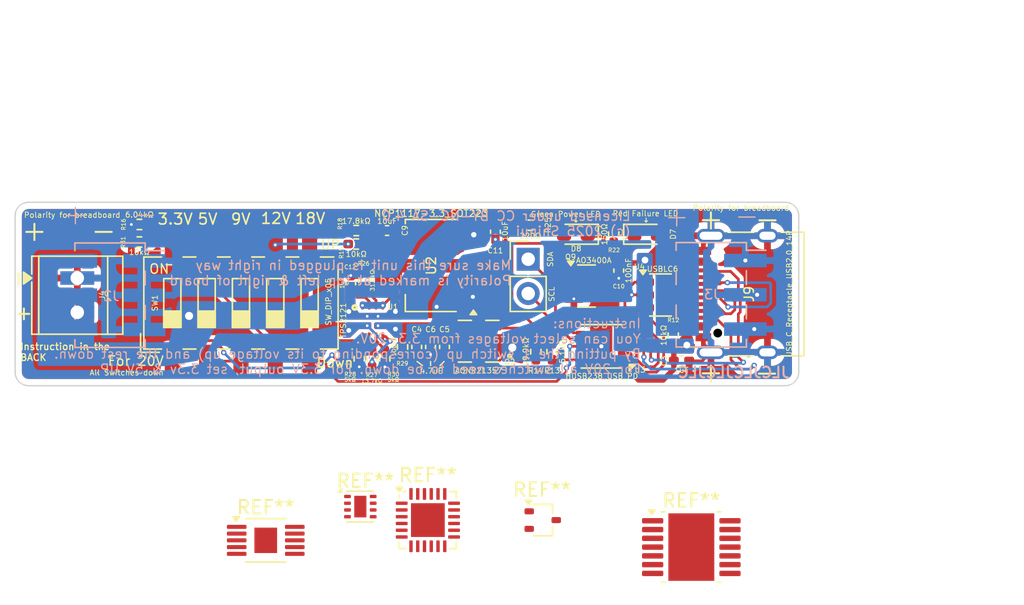
<source format=kicad_pcb>
(kicad_pcb (version 20241229) (generator "pcbnew") (generator_version "9.0")
  (layers (0 "F.Cu" signal) (2 "B.Cu" signal) (13 "F.Paste" user) (15 "B.Paste" user) (5 "F.SilkS" user "F.Silkscreen") (7 "B.SilkS" user "B.Silkscreen") (1 "F.Mask" user) (3 "B.Mask" user) (25 "Edge.Cuts" user))
  (net 0 "")
  (net 1 "GND")
  (net 2 "Net-(U3-VIN)")
  (net 3 "VDD")
  (net 4 "+3.3V")
  (net 5 "/VBUS")
  (net 6 "VCC")
  (net 7 "Net-(U1-SS)")
  (net 8 "Net-(D7-K)")
  (net 9 "Net-(D8-A)")
  (net 10 "Net-(J9-D--PadA7)")
  (net 11 "Net-(J9-D+-PadA6)")
  (net 12 "Net-(J9-CC1)")
  (net 13 "Net-(J9-CC2)")
  (net 14 "SDA 1")
  (net 15 "SCL 1")
  (net 16 "Net-(Q9-D)")
  (net 17 "Net-(Q9-G)")
  (net 18 "Net-(U3-Gate)")
  (net 19 "Net-(R15-Pad2)")
  (net 20 "Net-(R16-Pad2)")
  (net 21 "Net-(R18-Pad2)")
  (net 22 "Net-(U1-ILIM)")
  (net 23 "Net-(U1-OV2)")
  (net 24 "Net-(U1-OV1)")
  (net 25 "/SET")
  (net 26 "Net-(U3-VSET)")
  (net 28 "/USB_P")
  (net 29 "/USB_M")
  (footprint "Capacitor_SMD:C_0402_1005Metric_Pad0.74x0.62mm_HandSolder" (layer "F.Cu") (at 136.78075 116.9225 90)
    (property "Reference" "C5")
    (property "Value" "4.7uF")
  )
  (footprint "Package_DFN_QFN:DFN-10-1EP_3x3mm_P0.5mm_EP1.55x2.48mm" (layer "F.Cu") (at 148.39325 116.8775 180)
    (property "Reference" "U3")
    (property "Value" "HUSB238_USB_PD")
  )
  (footprint "Capacitor_SMD:C_0402_1005Metric_Pad0.74x0.62mm_HandSolder" (layer "F.Cu") (at 134.725 116.92 90)
    (property "Reference" "C4")
    (property "Value" "4.7uF" (hide yes))
  )
  (footprint "Resistor_SMD:R_0402_1005Metric_Pad0.72x0.64mm_HandSolder" (layer "F.Cu") (at 143.13575 107.905 180)
    (property "Reference" "R25")
    (property "Value" "220Ω")
  )
  (footprint "Resistor_SMD:R_0402_1005Metric_Pad0.72x0.64mm_HandSolder" (layer "F.Cu") (at 130.47 117.7975 90)
    (property "Reference" "R28")
    (property "Value" "5kΩ")
  )
  (footprint "Resistor_SMD:R_0402_1005Metric_Pad0.72x0.64mm_HandSolder" (layer "F.Cu") (at 153.71 116.06 90)
    (property "Reference" "R12")
    (property "Value" "10kΩ")
  )
  (footprint "Package_TO_SOT_SMD:SOT-23-6" (layer "F.Cu") (at 152.76825 113.075)
    (property "Reference" "U4")
    (property "Value" "USBLC6")
  )
  (footprint "Package_DFN_QFN:VQFN-24-1EP_4x4mm_P0.5mm_EP2.5x2.5mm" (layer "F.Cu") (at 135.55 129.75)
    (property "Reference" "REF**")
    (property "Value" "VQFN-24-1EP_4x4mm_P0.5mm_EP2.5x2.5mm")
  )
  (footprint "Capacitor_SMD:C_0402_1005Metric_Pad0.74x0.62mm_HandSolder" (layer "F.Cu") (at 129.84 112.1975 -90)
    (property "Reference" "C12")
    (property "Value" "1uF")
  )
  (footprint "Resistor_SMD:R_0402_1005Metric_Pad0.72x0.64mm_HandSolder" (layer "F.Cu") (at 131.42 117.7975 -90)
    (property "Reference" "R27")
    (property "Value" "13.7kΩ")
  )
  (footprint "Capacitor_SMD:C_0402_1005Metric_Pad0.74x0.62mm_HandSolder" (layer "F.Cu") (at 149.68 111.2675 90)
    (property "Reference" "C10")
    (property "Value" "100nF")
  )
  (footprint "Resistor_SMD:R_0402_1005Metric_Pad0.72x0.64mm_HandSolder" (layer "F.Cu") (at 144.74325 117.275 90)
    (property "Reference" "R13")
    (property "Value" "5.1kΩ")
  )
  (footprint "Package_TO_SOT_SMD:SOT-23" (layer "F.Cu") (at 147.2925 112.41)
    (property "Reference" "Q9")
    (property "Value" "AO3400A")
  )
  (footprint "Connector_USB:USB_C_Receptacle_XKB_U262-16XN-4BVC11" (layer "F.Cu") (at 159.61075 113.005 90)
    (property "Reference" "J9")
    (property "Value" "USB_C_Receptacle_USB2.0_14P")
  )
  (footprint "Resistor_SMD:R_0402_1005Metric_Pad0.72x0.64mm_HandSolder" (layer "F.Cu") (at 130.25 108.3 180)
    (property "Reference" "R18")
    (property "Value" "17.8kΩ")
  )
  (footprint "Package_TO_SOT_SMD:SOT-323_SC-70" (layer "F.Cu") (at 144.05 129.75)
    (property "Reference" "REF**")
    (property "Value" "SOT-323_SC-70")
  )
  (footprint "Resistor_SMD:R_0402_1005Metric_Pad0.72x0.64mm_HandSolder" (layer "F.Cu") (at 133.675 116.9225 90)
    (property "Reference" "R29")
    (property "Value" "100kΩ")
  )
  (footprint "LED_SMD:LED_0603_1608Metric_Pad1.05x0.95mm_HandSolder" (layer "F.Cu") (at 146.50575 108.575 180)
    (property "Reference" "D8")
    (property "Value" "Green Power LED")
  )
  (footprint "Resistor_SMD:R_0402_1005Metric_Pad0.72x0.64mm_HandSolder" (layer "F.Cu") (at 143.54325 117.275 -90)
    (property "Reference" "R14")
    (property "Value" "49.9kΩ")
  )
  (footprint "Resistor_SMD:R_0402_1005Metric_Pad0.72x0.64mm_HandSolder" (layer "F.Cu") (at 149.30575 108.5725 -90)
    (property "Reference" "R22")
    (property "Value" "150Ω")
  )
  (footprint "Package_SON:WSON-8-1EP_2x2mm_P0.5mm_EP0.9x1.6mm" (layer "F.Cu") (at 130.55 128.75)
    (property "Reference" "REF**")
    (property "Value" "WSON-8-1EP_2x2mm_P0.5mm_EP0.9x1.6mm")
  )
  (footprint "Package_SO:MSOP-10-1EP_3x3mm_P0.5mm_EP1.68x1.88mm" (layer "F.Cu") (at 123.55 131.25)
    (property "Reference" "REF**")
    (property "Value" "MSOP-10-1EP_3x3mm_P0.5mm_EP1.68x1.88mm")
  )
  (footprint "Resistor_SMD:R_0402_1005Metric_Pad0.72x0.64mm_HandSolder" (layer "F.Cu") (at 114.2 107.85)
    (property "Reference" "R16")
    (property "Value" "6.04kΩ")
  )
  (footprint "Capacitor_SMD:C_0402_1005Metric_Pad0.74x0.62mm_HandSolder" (layer "F.Cu") (at 135.75 116.9225 90)
    (property "Reference" "C6")
    (property "Value" "4.7uF" (hide yes))
  )
  (footprint "tps2121:IC_TPS2121RUXR" (layer "F.Cu") (at 131.46 115)
    (property "Reference" "U1")
    (property "Value" "TPS2121")
  )
  (footprint "Capacitor_SMD:C_0402_1005Metric_Pad0.74x0.62mm_HandSolder" (layer "F.Cu") (at 132.53 108.3)
    (property "Reference" "C9")
    (property "Value" "10uF")
  )
  (footprint "Package_TO_SOT_SMD:SOT-223-3_TabPin2" (layer "F.Cu") (at 135.79 110.89 180)
    (property "Reference" "U2")
    (property "Value" "NCP1117-3.3_SOT223")
  )
  (footprint "LED_SMD:LED_0603_1608Metric_Pad1.05x0.95mm_HandSolder" (layer "F.Cu") (at 151.70575 108.575)
    (property "Reference" "D7")
    (property "Value" "Red Failure LED")
  )
  (footprint "Button_Switch_SMD:SW_DIP_SPSTx05_Slide_6.7x14.26mm_W8.61mm_P2.54mm_LowProfile" (layer "F.Cu") (at 121.71575 113.67 90)
    (property "Reference" "SW1")
    (property "Value" "SW_DIP_x05")
  )
  (footprint "Resistor_SMD:R_0402_1005Metric_Pad0.72x0.64mm_HandSolder" (layer "F.Cu") (at 114.2 109.15 180)
    (property "Reference" "R31")
    (property "Value" "10kΩ")
  )
  (footprint "Capacitor_SMD:C_0402_1005Metric_Pad0.74x0.62mm_HandSolder" (layer "F.Cu") (at 154.3225 117.95 180)
    (property "Reference" "C3")
    (property "Value" "1uF")
  )
  (footprint "AONR21307:TRANS_AONR21307" (layer "F.Cu") (at 139.30575 116.5 180)
    (property "Reference" "Q2")
    (property "Value" "AONR21357")
  )
  (footprint "Capacitor_SMD:C_0402_1005Metric_Pad0.74x0.62mm_HandSolder" (layer "F.Cu") (at 140.55 108.3925 -90)
    (property "Reference" "C11")
    (property "Value" "10uF")
  )
  (footprint "Package_SO:HTSSOP-14-1EP_4.4x5mm_P0.65mm_EP3.4x5mm_Mask3x3.1mm" (layer "F.Cu") (at 155.05 131.75)
    (property "Reference" "REF**")
    (property "Value" "HTSSOP-14-1EP_4.4x5mm_P0.65mm_EP3.4x5mm_Mask3x3.1mm")
  )
  (footprint "TerminalBlock_TE-Connectivity:TerminalBlock_TE_282834-2_1x02_P2.54mm_Horizontal" (layer "F.Cu") (at 109.6 111.82 -90)
    (property "Reference" "J4")
    (property "Value" "Conn_01x02_Pin" (hide yes))
  )
  (footprint "Resistor_SMD:R_0402_1005Metric_Pad0.72x0.64mm_HandSolder" (layer "F.Cu") (at 132.36 117.7975 90)
    (property "Reference" "R30")
    (property "Value" "5kΩ")
  )
  (footprint "Resistor_SMD:R_0402_1005Metric_Pad0.72x0.64mm_HandSolder" (layer "F.Cu") (at 130.82 111.9875 90)
    (property "Reference" "R26")
    (property "Value" "31.6 kΩ")
  )
  (footprint "Connector_PinHeader_2.54mm:PinHeader_1x02_P2.54mm_Vertical" (layer "F.Cu") (at 142.97575 110.425)
    (property "Reference" "N21" (hide yes))
    (property "Value" "Conn_01x02_Pin" (hide yes))
  )
  (footprint "Resistor_SMD:R_0402_1005Metric_Pad0.72x0.64mm_HandSolder" (layer "F.Cu") (at 130.25 109.3 180)
    (property "Reference" "R15")
    (property "Value" "10kΩ")
  )
  (footprint "Connector_PinHeader_2.54mm:PinHeader_2x03_P2.54mm_Vertical_SMD" (layer "B.Cu") (at 112.025 113.09 180)
    (property "Reference" "J2")
    (property "Value" "Conn_02x02_Counter_Clockwise" (hide yes))
  )
  (footprint "Connector_PinHeader_2.54mm:PinHeader_2x03_P2.54mm_Vertical_SMD" (layer "B.Cu") (at 156.525 113.06 180)
    (property "Reference" "J3")
    (property "Value" "Conn_02x02_Counter_Clockwise" (hide yes))
  )
  (gr_line (start 155.9 107.53) (end 157.1 107.53) (stroke (width 0.15)) (layer "F.SilkS"))
  (gr_line (start 151.70575 107.375) (end 151.70575 107.675) (stroke (width 0.07)) (layer "F.SilkS"))
  (gr_line (start 151.70575 107.675) (end 151.80575 107.575) (stroke (width 0.07)) (layer "F.SilkS"))
  (gr_line (start 156.5 106.95) (end 156.5 108.15) (stroke (width 0.15)) (layer "F.SilkS"))
  (gr_line (start 106.425 107.8) (end 106.425 109) (stroke (width 0.15)) (layer "F.SilkS"))
  (gr_line (start 146.50575 107.675) (end 146.40575 107.575) (stroke (width 0.07)) (layer "F.SilkS"))
  (gr_line (start 151.70575 107.675) (end 151.60575 107.575) (stroke (width 0.07)) (layer "F.SilkS"))
  (gr_line (start 105.65 114.075) (end 105.65 114.875) (stroke (width 0.15)) (layer "F.SilkS"))
  (gr_line (start 146.50575 107.675) (end 146.60575 107.575) (stroke (width 0.07)) (layer "F.SilkS"))
  (gr_line (start 135.15 118.3) (end 134.75 118) (stroke (width 0.1)) (layer "F.SilkS"))
  (gr_line (start 155.9 118.875) (end 157.1 118.875) (stroke (width 0.15)) (layer "F.SilkS"))
  (gr_line (start 160.09 107.54) (end 161.29 107.54) (stroke (width 0.15)) (layer "F.SilkS"))
  (gr_line (start 136.45 118.3) (end 136.75 118) (stroke (width 0.1)) (layer "F.SilkS"))
  (gr_line (start 135.75 118.3) (end 135.75 118) (stroke (width 0.1)) (layer "F.SilkS"))
  (gr_line (start 160.05 118.9) (end 161.25 118.9) (stroke (width 0.15)) (layer "F.SilkS"))
  (gr_line (start 110.95 108.4) (end 112.15 108.4) (stroke (width 0.15)) (layer "F.SilkS"))
  (gr_line (start 156.5 118.3) (end 156.5 119.5) (stroke (width 0.15)) (layer "F.SilkS"))
  (gr_line (start 105.25 111.475) (end 105.25 112.275) (stroke (width 0.15)) (layer "F.SilkS"))
  (gr_line (start 105.25 114.475) (end 106.05 114.475) (stroke (width 0.15)) (layer "F.SilkS"))
  (gr_line (start 146.50575 107.375) (end 146.50575 107.675) (stroke (width 0.07)) (layer "F.SilkS"))
  (gr_line (start 105.825 108.4) (end 107.025 108.4) (stroke (width 0.15)) (layer "F.SilkS"))
  (gr_line (start 153.97 106.75) (end 153.97 107.95) (stroke (width 0.1)) (layer "B.SilkS"))
  (gr_line (start 158.56 107.3) (end 159.76 107.3) (stroke (width 0.1)) (layer "B.SilkS"))
  (gr_line (start 114.01 107.18) (end 115.21 107.18) (stroke (width 0.1)) (layer "B.SilkS"))
  (gr_line (start 153.37 107.35) (end 154.57 107.35) (stroke (width 0.1)) (layer "B.SilkS"))
  (gr_line (start 108.86 107.19) (end 110.06 107.19) (stroke (width 0.1)) (layer "B.SilkS"))
  (gr_line (start 109.46 106.59) (end 109.46 107.79) (stroke (width 0.1)) (layer "B.SilkS"))
  (gr_line (start 106 106.207107) (end 162 106.207107) (stroke (width 0.1)) (layer "Edge.Cuts"))
  (gr_line (start 162 119.792905) (end 106 119.792905) (stroke (width 0.1)) (layer "Edge.Cuts"))
  (gr_line (start 163 107.207107) (end 163 118.793) (stroke (width 0.1)) (layer "Edge.Cuts"))
  (gr_line (start 105 118.789738) (end 105 107.207107) (stroke (width 0.1)) (layer "Edge.Cuts"))
  (gr_arc (start 162 106.207107) (mid 162.707107 106.5) (end 163 107.207107) (stroke (width 0.1)) (layer "Edge.Cuts"))
  (gr_arc (start 163 118.792905) (mid 162.707136 119.500041) (end 162 119.792905) (stroke (width 0.1)) (layer "Edge.Cuts"))
  (gr_arc (start 106 119.792905) (mid 105.292905 119.5) (end 105 118.792905) (stroke (width 0.1)) (layer "Edge.Cuts"))
  (gr_arc (start 105 107.207107) (mid 105.29287 106.499978) (end 106 106.207107) (stroke (width 0.1)) (layer "Edge.Cuts"))
  (gr_text "For 20V" (at 111.8 118.375 0) (layer "F.SilkS") (effects (font (size 0.7 0.7) (thickness 0.1)) (justify left bottom)))
  (gr_text "5V" (at 119.25 107.45 0) (layer "F.SilkS") (effects (font (size 0.8 0.8) (thickness 0.12))))
  (gr_text "UP" (at 127.55 109.75 0) (layer "F.SilkS") (effects (font (size 0.7 0.7) (thickness 0.11)) (justify left bottom)))
  (gr_text "12V" (at 124.3 107.4 0) (layer "F.SilkS") (effects (font (size 0.8 0.8) (thickness 0.12))))
  (gr_text "Polarity for breadboard" (at 158.725 106.625 0) (layer "F.SilkS") (effects (font (size 0.4 0.4) (thickness 0.06))))
  (gr_text "9V" (at 121.7 107.45 0) (layer "F.SilkS") (effects (font (size 0.8 0.8) (thickness 0.12))))
  (gr_text "SCL" (at 144.71575 113.015 90) (layer "F.SilkS") (effects (font (size 0.4 0.4) (thickness 0.06))))
  (gr_text "Instruction in the\nBACK" (at 105.325 117.3 0) (layer "F.SilkS") (effects (font (size 0.5 0.5) (thickness 0.09) (bold yes)) (justify left)))
  (gr_text "Down" (at 127.25 118.5 0) (layer "F.SilkS") (effects (font (size 0.7 0.7) (thickness 0.11)) (justify left bottom)))
  (gr_text "3.3V" (at 116.85 107.45 0) (layer "F.SilkS") (effects (font (size 0.8 0.8) (thickness 0.12))))
  (gr_text "Polarity for breadboard" (at 109.225 107.15 0) (layer "F.SilkS") (effects (font (size 0.4 0.4) (thickness 0.06))))
  (gr_text "All Switches down\n" (at 113.25 118.825 0) (layer "F.SilkS") (effects (font (size 0.4 0.4) (thickness 0.06))))
  (gr_text "SDA" (at 144.61 110.43 90) (layer "F.SilkS") (effects (font (size 0.4 0.4) (thickness 0.06))))
  (gr_text "ON" (at 114.86575 111.555 0) (layer "F.SilkS") (effects (font (size 0.7 0.7) (thickness 0.1)) (justify left bottom)))
  (gr_text "18V" (at 126.84575 107.405 0) (layer "F.SilkS") (effects (font (size 0.8 0.8) (thickness 0.12))))
  (gr_text "Make sure this unit is plugged in right way\nPolarity is marked at top left & right of board\n" (at 141.79 112.41 0) (layer "B.SilkS") (effects (font (size 0.7 0.7) (thickness 0.1)) (justify left bottom mirror)))
  (gr_text "Licensed under CC BY-NC-SA 4.0\n(c) 2025 Shinui\n" (at 150.62 108.76 0) (layer "B.SilkS") (effects (font (size 0.7 0.7) (thickness 0.1)) (justify left bottom mirror)))
  (gr_text "JLCJLCJLCJLC\n" (at 162.39 119.28 0) (layer "B.SilkS") (effects (font (size 0.8 0.8) (thickness 0.15) (bold yes)) (justify left bottom mirror)))
  (gr_text "Instructions:\nYou can select voltages from 3.3-20V.\nBy putting the 1 switch up (corresponding to its voltage up) and the rest down.\nFor 20V all switches need to be down. For 3.3V output, set 3.3v & 5V UP.\n" (at 151.375 118.975 0) (layer "B.SilkS") (effects (font (size 0.7 0.7) (thickness 0.09)) (justify left bottom mirror)))
  (segment (start 155.94075 109.25) (end 156.50575 108.685) (width 0.35) (layer "F.Cu") (net 1))
  (segment (start 148.39325 118.3375) (end 148.39325 116.8775) (width 0.8) (layer "F.Cu") (net 1))
  (segment (start 155.94075 109.655) (end 155.94075 109.929) (width 0.35) (layer "F.Cu") (net 1))
  (segment (start 155.94075 116.355) (end 155.94075 116.081) (width 0.35) (layer "F.Cu") (net 1))
  (segment (start 150.63 113.06) (end 151.61575 113.06) (width 0.2) (layer "F.Cu") (net 1))
  (segment (start 155.88075 117.95) (end 156.50575 117.325) (width 0.2) (layer "F.Cu") (net 1))
  (segment (start 146.355 112.839468) (end 147.3935 111.800968) (width 0.2) (layer "F.Cu") (net 1))
  (segment (start 151.61575 113.06) (end 151.63075 113.075) (width 0.2) (layer "F.Cu") (net 1))
  (segment (start 148.39325 115.4475) (end 148.39575 115.445) (width 0.8) (layer "F.Cu") (net 1))
  (segment (start 148.39325 116.8775) (end 148.39325 115.4475) (width 0.8) (layer "F.Cu") (net 1))
  (segment (start 147.3935 108.58775) (end 147.38075 108.575) (width 0.2) (layer "F.Cu") (net 1))
  (segment (start 130.82 111.39) (end 130.08 111.39) (width 0.2) (layer "F.Cu") (net 1))
  (segment (start 136.2 113.95) (end 135 113.95) (width 0.2) (layer "F.Cu") (net 1))
  (segment (start 134.35 113.3) (end 132.76 113.3) (width 0.2) (layer "F.Cu") (net 1))
  (segment (start 134.725 117.4875) (end 135.7475 117.4875) (width 0.2) (layer "F.Cu") (net 1))
  (segment (start 154.89 117.95) (end 155.88075 117.95) (width 0.2) (layer "F.Cu") (net 1))
  (segment (start 155.94075 109.655) (end 155.94075 109.25) (width 0.35) (layer "F.Cu") (net 1))
  (segment (start 135 113.95) (end 134.35 113.3) (width 0.2) (layer "F.Cu") (net 1))
  (segment (start 135.7475 117.4875) (end 135.75 117.49) (width 0.2) (layer "F.Cu") (net 1))
  (segment (start 147.3935 111.800968) (end 147.3935 108.58775) (width 0.2) (layer "F.Cu") (net 1))
  (segment (start 155.94075 116.76) (end 156.50575 117.325) (width 0.35) (layer "F.Cu") (net 1))
  (segment (start 136.78075 117.49) (end 135.75 117.49) (width 0.2) (layer "F.Cu") (net 1))
  (segment (start 148.39325 118.3375) (end 148.38575 118.345) (width 0.8) (layer "F.Cu") (net 1))
  (segment (start 132.76 113.3) (end 132.21 113.85) (width 0.2) (layer "F.Cu") (net 1))
  (segment (start 155.94075 116.355) (end 155.94075 116.76) (width 0.35) (layer "F.Cu") (net 1))
  (segment (start 113.6025 109.15) (end 113.6025 107.85) (width 0.2) (layer "F.Cu") (net 1))
  (segment (start 130.08 111.39) (end 129.84 111.63) (width 0.2) (layer "F.Cu") (net 1))
  (segment (start 146.355 113.36) (end 146.355 112.839468) (width 0.2) (layer "F.Cu") (net 1))
  (via (at 140.55 108.96) (size 0.4) (drill 0.2) (layers "F.Cu" "B.Cu") (net 1))
  (via (at 159.92 113.06) (size 0.6) (drill 0.3) (layers "F.Cu" "B.Cu") (net 1))
  (via (at 132.36 118.395) (size 0.4) (drill 0.2) (layers "F.Cu" "B.Cu") (net 1))
  (via (at 130.71 113.85) (size 0.4) (drill 0.2) (layers "F.Cu" "B.Cu") (net 1))
  (via (at 149.68 111.835) (size 0.4) (drill 0.2) (layers "F.Cu" "B.Cu") (net 1))
  (via (at 113.6025 107.85) (size 0.4) (drill 0.2) (layers "F.Cu" "B.Cu") (net 1))
  (via (at 130.47 118.395) (size 0.4) (drill 0.2) (layers "F.Cu" "B.Cu") (net 1))
  (via (at 146.355 113.36) (size 0.4) (drill 0.2) (layers "F.Cu" "B.Cu") (net 1))
  (via (at 150.63 113.06) (size 0.4) (drill 0.2) (layers "F.Cu" "B.Cu") (net 1))
  (via (at 129.84 111.63) (size 0.4) (drill 0.2) (layers "F.Cu" "B.Cu") (net 1))
  (via (at 159.05 110.52) (size 0.6) (drill 0.3) (layers "F.Cu" "B.Cu") (net 1))
  (via (at 132.21 113.85) (size 0.4) (drill 0.2) (layers "F.Cu" "B.Cu") (net 1))
  (via (at 138.88 113.21) (size 0.6) (drill 0.3) (layers "F.Cu" "B.Cu") (net 1))
  (via (at 136.2 113.95) (size 0.6) (drill 0.3) (layers "F.Cu" "B.Cu") (net 1))
  (via (at 159.71 115.6) (size 0.6) (drill 0.3) (layers "F.Cu" "B.Cu") (net 1))
  (via (at 148.39325 116.8775) (size 0.6) (drill 0.3) (layers "F.Cu" "B.Cu") (net 1))
  (via (at 135.75 117.49) (size 0.4) (drill 0.2) (layers "F.Cu" "B.Cu") (net 1))
  (segment (start 150.63 113.06) (end 150.63 112.785) (width 0.2) (layer "B.Cu") (net 1))
  (segment (start 142.65 111.7) (end 143.3 111.7) (width 0.2) (layer "B.Cu") (net 1))
  (segment (start 143.3 111.7) (end 143.325 111.725) (width 0.2) (layer "B.Cu") (net 1))
  (segment (start 150.63 112.785) (end 149.68 111.835) (width 0.2) (layer "B.Cu") (net 1))
  (segment (start 114.55 115.63) (end 114.55 110.55) (width 1) (layer "B.Cu") (net 1))
  (segment (start 149.94325 117.8775) (end 149.94325 118.16325) (width 0.4) (layer "F.Cu") (net 2))
  (segment (start 151.15 119.37) (end 152.96 119.37) (width 0.4) (layer "F.Cu") (net 2))
  (segment (start 153.755 118.575) (end 153.755 117.95) (width 0.4) (layer "F.Cu") (net 2))
  (segment (start 153.755 117.95) (end 153.755 116.7025) (width 0.4) (layer "F.Cu") (net 2))
  (segment (start 149.94325 118.16325) (end 151.15 119.37) (width 0.4) (layer "F.Cu") (net 2))
  (segment (start 153.755 116.7025) (end 153.71 116.6575) (width 0.4) (layer "F.Cu") (net 2))
  (segment (start 152.96 119.37) (end 153.755 118.575) (width 0.4) (layer "F.Cu") (net 2))
  (via (at 133.15 115.6) (size 0.7) (drill 0.35) (layers "F.Cu" "B.Cu") (net 3))
  (segment (start 139.758098 110.91) (end 138.95 110.91) (width 0.4) (layer "F.Cu") (net 4))
  (segment (start 131.42 118.03) (end 131.42 118.395) (width 0.2) (layer "F.Cu") (net 4))
  (segment (start 131.9625 108.3) (end 131.9625 110.2225) (width 0.4) (layer "F.Cu") (net 4))
  (segment (start 132.412838 116.15) (end 132.752645 116.489807) (width 0.2) (layer "F.Cu") (net 4))
  (segment (start 131.9625 110.2225) (end 132.65 110.91) (width 0.4) (layer "F.Cu") (net 4))
  (segment (start 132.65 110.91) (end 138.95 110.91) (width 1) (layer "F.Cu") (net 4))
  (segment (start 142.180751 107.905) (end 141.261 108.824751) (width 0.4) (layer "F.Cu") (net 4))
  (segment (start 132.21 116.15) (end 132.412838 116.15) (width 0.2) (layer "F.Cu") (net 4))
  (segment (start 141.261 108.824751) (end 141.261 109.407098) (width 0.4) (layer "F.Cu") (net 4))
  (segment (start 142.53825 107.905) (end 142.180751 107.905) (width 0.4) (layer "F.Cu") (net 4))
  (segment (start 141.261 109.407098) (end 139.758098 110.91) (width 0.4) (layer "F.Cu") (net 4))
  (via (at 129.7 115.7) (size 0.7) (drill 0.35) (layers "F.Cu" "B.Cu") (net 4))
  (via (at 132.752645 116.489807) (size 0.4) (drill 0.2) (layers "F.Cu" "B.Cu") (net 4))
  (via (at 131.42 118.03) (size 0.4) (drill 0.2) (layers "F.Cu" "B.Cu") (net 4))
  (segment (start 131.42 118.03) (end 131.42 117.822452) (width 0.2) (layer "B.Cu") (net 4))
  (segment (start 131.42 117.822452) (end 132.752645 116.489807) (width 0.2) (layer "B.Cu") (net 4))
  (segment (start 132.752645 116.489807) (end 132.199807 116.489807) (width 0.2) (layer "B.Cu") (net 4))
  (segment (start 132.199807 116.489807) (end 131.06 115.35) (width 0.2) (layer "B.Cu") (net 4))
  (segment (start 118.15675 116.454) (end 116.63575 117.975) (width 0.2) (layer "F.Cu") (net 5))
  (segment (start 140.70575 117.475) (end 141.40575 117.475) (width 0.4) (layer "F.Cu") (net 5))
  (segment (start 140.70575 116.175) (end 141.00575 116.175) (width 0.4) (layer "F.Cu") (net 5))
  (segment (start 149.68 110.7) (end 151.41 110.7) (width 0.4) (layer "F.Cu") (net 5))
  (segment (start 153.71 115.4625) (end 153.7725 115.4625) (width 0.2) (layer "F.Cu") (net 5))
  (segment (start 152.75925 113.075) (end 152.74425 113.09) (width 0.2) (layer "F.Cu") (net 5))
  (segment (start 120.44 117.34) (end 120.44 117.17309) (width 0.2) (layer "F.Cu") (net 5))
  (segment (start 130.0795 119.0535) (end 139.7215 119.0535) (width 0.2) (layer "F.Cu") (net 5))
  (segment (start 141.65575 116.825) (end 141.85575 117.025) (width 0.4) (layer "F.Cu") (net 5))
  (segment (start 153.7725 115.4625) (end 153.865 115.555) (width 0.2) (layer "F.Cu") (net 5))
  (segment (start 154.717043 115.412957) (end 154.72 115.41) (width 0.8) (layer "F.Cu") (net 5))
  (segment (start 151.62 110.49) (end 152.74425 111.61425) (width 0.5) (layer "F.Cu") (net 5))
  (segment (start 154.007043 115.412957) (end 153.865 115.555) (width 0.8) (layer "F.Cu") (net 5))
  (segment (start 120.44 117.17309) (end 119.72091 116.454) (width 0.2) (layer "F.Cu") (net 5))
  (segment (start 154.717043 116.78329) (end 154.717043 115.412957) (width 0.8) (layer "F.Cu") (net 5))
  (segment (start 151.41 110.7) (end 151.62 110.49) (width 0.4) (layer "F.Cu") (net 5))
  (segment (start 139.7215 119.0535) (end 141.802875 116.972125) (width 0.2) (layer "F.Cu") (net 5))
  (segment (start 130.0795 119.0535) (end 129.9785 119.0535) (width 0.2) (layer "F.Cu") (net 5))
  (segment (start 142.69575 117.025) (end 143.54325 117.8725) (width 0.4) (layer "F.Cu") (net 5))
  (segment (start 153.90575 113.075) (end 152.75925 113.075) (width 0.2) (layer "F.Cu") (net 5))
  (segment (start 152.74425 111.61425) (end 152.74425 113.09) (width 0.5) (layer "F.Cu") (net 5))
  (segment (start 140.70575 116.825) (end 141.65575 116.825) (width 0.4) (layer "F.Cu") (net 5))
  (segment (start 119.72091 116.454) (end 118.15675 116.454) (width 0.2) (layer "F.Cu") (net 5))
  (segment (start 141.85575 117.025) (end 142.69575 117.025) (width 0.4) (layer "F.Cu") (net 5))
  (segment (start 141.802875 116.972125) (end 141.85575 117.025) (width 0.4) (layer "F.Cu") (net 5))
  (segment (start 152.58075 108.575) (end 152.58075 109.52925) (width 0.4) (layer "F.Cu") (net 5))
  (segment (start 154.717043 115.412957) (end 154.007043 115.412957) (width 0.8) (layer "F.Cu") (net 5))
  (segment (start 152.74425 113.09) (end 152.74425 114.43425) (width 0.5) (layer "F.Cu") (net 5))
  (segment (start 129.9785 119.0535) (end 128.45 117.525) (width 0.2) (layer "F.Cu") (net 5))
  (segment (start 152.74425 114.43425) (end 153.865 115.555) (width 0.5) (layer "F.Cu") (net 5))
  (segment (start 141.00575 116.175) (end 141.802875 116.972125) (width 0.4) (layer "F.Cu") (net 5))
  (segment (start 152.58075 109.52925) (end 151.62 110.49) (width 0.4) (layer "F.Cu") (net 5))
  (segment (start 141.40575 117.475) (end 141.85575 117.025) (width 0.4) (layer "F.Cu") (net 5))
  (via (at 141.802875 116.972125) (size 1.2) (drill 0.6) (layers "F.Cu" "B.Cu") (net 5))
  (via (at 120.44 117.34) (size 0.4) (drill 0.2) (layers "F.Cu" "B.Cu") (net 5))
  (via (at 128.45 117.525) (size 0.4) (drill 0.2) (layers "F.Cu" "B.Cu") (net 5))
  (via (at 154.717043 116.78329) (size 1) (drill 0.5) (layers "F.Cu" "B.Cu") (net 5))
  (via (at 151.62 110.49) (size 1) (drill 0.5) (layers "F.Cu" "B.Cu") (net 5))
  (segment (start 121.58 118.48) (end 127.495 118.48) (width 0.2) (layer "B.Cu") (net 5))
  (segment (start 120.44 117.34) (end 121.58 118.48) (width 0.2) (layer "B.Cu") (net 5))
  (segment (start 127.495 118.48) (end 128.45 117.525) (width 0.2) (layer "B.Cu") (net 5))
  (segment (start 138.95 108.61) (end 139.735 107.825) (width 0.5) (layer "F.Cu") (net 6))
  (segment (start 139.735 107.825) (end 140.55 107.825) (width 0.5) (layer "F.Cu") (net 6))
  (via (at 117.875 114.625) (size 1.2) (drill 0.6) (layers "F.Cu" "B.Cu") (net 6))
  (via (at 133.15 114.3) (size 0.7) (drill 0.35) (layers "F.Cu" "B.Cu") (net 6))
  (via (at 129.7 114.3) (size 0.7) (drill 0.35) (layers "F.Cu" "B.Cu") (net 6))
  (via (at 138.95 108.61) (size 0.8) (drill 0.4) (layers "F.Cu" "B.Cu") (net 6))
  (segment (start 130.9025 113.2435) (end 131.21 113.551) (width 0.2) (layer "F.Cu") (net 7))
  (segment (start 129.84 112.765) (end 130.3185 113.2435) (width 0.2) (layer "F.Cu") (net 7))
  (segment (start 131.21 113.551) (end 131.21 113.85) (width 0.2) (layer "F.Cu") (net 7))
  (segment (start 130.3185 113.2435) (end 130.9025 113.2435) (width 0.2) (layer "F.Cu") (net 7))
  (segment (start 149.30575 107.975) (end 150.23075 107.975) (width 0.4) (layer "F.Cu") (net 8))
  (segment (start 150.23075 107.975) (end 150.83075 108.575) (width 0.4) (layer "F.Cu") (net 8))
  (segment (start 144.96075 107.905) (end 145.63075 108.575) (width 0.4) (layer "F.Cu") (net 9))
  (segment (start 143.73325 107.905) (end 144.96075 107.905) (width 0.4) (layer "F.Cu") (net 9))
  (segment (start 155.94075 112.755) (end 157.454271 112.755) (width 0.2) (layer "F.Cu") (net 10))
  (segment (start 154.645 112.125) (end 155.275 112.755) (width 0.2) (layer "F.Cu") (net 10))
  (segment (start 157.562479 114.461002) (end 157.977521 114.461002) (width 0.2) (layer "F.Cu") (net 10))
  (segment (start 153.90575 112.125) (end 154.645 112.125) (width 0.2) (layer "F.Cu") (net 10))
  (segment (start 155.275 112.755) (end 155.94075 112.755) (width 0.2) (layer "F.Cu") (net 10))
  (segment (start 156.856477 113.755) (end 157.562479 114.461002) (width 0.2) (layer "F.Cu") (net 10))
  (segment (start 155.94075 113.755) (end 156.856477 113.755) (width 0.2) (layer "F.Cu") (net 10))
  (segment (start 158.271 114.167523) (end 158.271 113.571729) (width 0.2) (layer "F.Cu") (net 10))
  (segment (start 158.271 113.571729) (end 157.454271 112.755) (width 0.2) (layer "F.Cu") (net 10))
  (segment (start 157.977521 114.461002) (end 158.271 114.167523) (width 0.2) (layer "F.Cu") (net 10))
  (segment (start 157.72 112.159998) (end 157.270002 112.159998) (width 0.2) (layer "F.Cu") (net 11))
  (segment (start 157.77 113.960002) (end 157.77 113.92) (width 0.2) (layer "F.Cu") (net 11))
  (segment (start 157.270002 112.159998) (end 157.175 112.255) (width 0.2) (layer "F.Cu") (net 11))
  (segment (start 154.455375 114.025) (end 155.225375 113.255) (width 0.2) (layer "F.Cu") (net 11))
  (segment (start 157.105 113.255) (end 155.94075 113.255) (width 0.2) (layer "F.Cu") (net 11))
  (segment (start 153.90575 114.025) (end 154.455375 114.025) (width 0.2) (layer "F.Cu") (net 11))
  (segment (start 157.175 112.255) (end 155.94075 112.255) (width 0.2) (layer "F.Cu") (net 11))
  (segment (start 157.77 113.92) (end 157.105 113.255) (width 0.2) (layer "F.Cu") (net 11))
  (segment (start 155.225375 113.255) (end 155.94075 113.255) (width 0.2) (layer "F.Cu") (net 11))
  (via (at 157.72 112.159998) (size 0.4) (drill 0.2) (layers "F.Cu" "B.Cu") (net 11))
  (via (at 157.77 113.960002) (size 0.4) (drill 0.2) (layers "F.Cu" "B.Cu") (net 11))
  (segment (start 160.649998 113.960002) (end 157.77 113.960002) (width 0.2) (layer "B.Cu") (net 11))
  (segment (start 157.720002 112.16) (end 160.827 112.16) (width 0.2) (layer "B.Cu") (net 11))
  (segment (start 157.72 112.159998) (end 157.720002 112.16) (width 0.2) (layer "B.Cu") (net 11))
  (segment (start 160.926 113.684) (end 160.649998 113.960002) (width 0.2) (layer "B.Cu") (net 11))
  (segment (start 160.926 112.259) (end 160.926 113.684) (width 0.2) (layer "B.Cu") (net 11))
  (segment (start 160.827 112.16) (end 160.926 112.259) (width 0.2) (layer "B.Cu") (net 11))
  (segment (start 155.94075 114.255) (end 156.08975 114.404) (width 0.2) (layer "F.Cu") (net 12))
  (segment (start 156.08975 114.404) (end 156.71675 114.404) (width 0.2) (layer "F.Cu") (net 12))
  (segment (start 158.671 118.561) (end 159.429 118.561) (width 0.2) (layer "F.Cu") (net 12))
  (segment (start 156.71675 114.62675) (end 157.98 115.89) (width 0.2) (layer "F.Cu") (net 12))
  (segment (start 157.98 115.89) (end 157.98 117.87) (width 0.2) (layer "F.Cu") (net 12))
  (segment (start 159.429 118.561) (end 159.7 118.29) (width 0.2) (layer "F.Cu") (net 12))
  (segment (start 157.98 117.87) (end 158.671 118.561) (width 0.2) (layer "F.Cu") (net 12))
  (segment (start 151.53 117.663727) (end 151.54 117.673727) (width 0.2) (layer "F.Cu") (net 12))
  (segment (start 156.71675 114.404) (end 156.71675 114.62675) (width 0.2) (layer "F.Cu") (net 12))
  (segment (start 151.53 116.83) (end 151.0775 116.3775) (width 0.2) (layer "F.Cu") (net 12))
  (segment (start 151.53 116.83) (end 151.53 117.663727) (width 0.2) (layer "F.Cu") (net 12))
  (segment (start 151.0775 116.3775) (end 149.94325 116.3775) (width 0.2) (layer "F.Cu") (net 12))
  (via (at 159.7 118.29) (size 0.4) (drill 0.2) (layers "F.Cu" "B.Cu") (net 12))
  (via (at 151.54 117.673727) (size 0.4) (drill 0.2) (layers "F.Cu" "B.Cu") (net 12))
  (segment (start 151.54 117.673727) (end 151.510541 117.703186) (width 0.2) (layer "B.Cu") (net 12))
  (segment (start 159.429 118.561) (end 159.7 118.29) (width 0.2) (layer "B.Cu") (net 12))
  (segment (start 151.510541 117.703186) (end 151.510541 118.0216) (width 0.2) (layer "B.Cu") (net 12))
  (segment (start 151.510541 118.0216) (end 152.049941 118.561) (width 0.2) (layer "B.Cu") (net 12))
  (segment (start 152.049941 118.561) (end 159.429 118.561) (width 0.2) (layer "B.Cu") (net 12))
  (segment (start 152.04 116.77) (end 151.1475 115.8775) (width 0.2) (layer "F.Cu") (net 13))
  (segment (start 158.672 114.001423) (end 158.672 114.333623) (width 0.2) (layer "F.Cu") (net 13))
  (segment (start 155.94075 111.255) (end 156.01075 111.325) (width 0.2) (layer "F.Cu") (net 13))
  (segment (start 158.53 111.9) (end 158.53 113.263629) (width 0.2) (layer "F.Cu") (net 13))
  (segment (start 152.04 117.78562) (end 152.04 116.77) (width 0.2) (layer "F.Cu") (net 13))
  (segment (start 158.53 114.475623) (end 158.53 117.69) (width 0.2) (layer "F.Cu") (net 13))
  (segment (start 158.672 114.333623) (end 158.53 114.475623) (width 0.2) (layer "F.Cu") (net 13))
  (segment (start 152.100382 117.888144) (end 152.100382 117.846002) (width 0.2) (layer "F.Cu") (net 13))
  (segment (start 158.672 113.737829) (end 158.672 114.001423) (width 0.2) (layer "F.Cu") (net 13))
  (segment (start 158.672 113.405629) (end 158.672 113.737829) (width 0.2) (layer "F.Cu") (net 13))
  (segment (start 156.01075 111.325) (end 157.955 111.325) (width 0.2) (layer "F.Cu") (net 13))
  (segment (start 158.53 113.263629) (end 158.672 113.405629) (width 0.2) (layer "F.Cu") (net 13))
  (segment (start 151.1475 115.8775) (end 149.94325 115.8775) (width 0.2) (layer "F.Cu") (net 13))
  (segment (start 152.100382 117.846002) (end 152.04 117.78562) (width 0.2) (layer "F.Cu") (net 13))
  (segment (start 157.955 111.325) (end 158.53 111.9) (width 0.2) (layer "F.Cu") (net 13))
  (segment (start 158.53 117.69) (end 158.9 118.06) (width 0.2) (layer "F.Cu") (net 13))
  (via (at 152.100382 117.888144) (size 0.4) (drill 0.2) (layers "F.Cu" "B.Cu") (net 13))
  (via (at 158.9 118.06) (size 0.4) (drill 0.2) (layers "F.Cu" "B.Cu") (net 13))
  (segment (start 153.215271 118.126) (end 158.834 118.126) (width 0.2) (layer "B.Cu") (net 13))
  (segment (start 152.100382 117.888144) (end 152.977415 117.888144) (width 0.2) (layer "B.Cu") (net 13))
  (segment (start 158.834 118.126) (end 158.9 118.06) (width 0.2) (layer "B.Cu") (net 13))
  (segment (start 152.977415 117.888144) (end 153.215271 118.126) (width 0.2) (layer "B.Cu") (net 13))
  (segment (start 146.84325 115.8775) (end 146.30825 115.8775) (width 0.2) (layer "F.Cu") (net 14))
  (segment (start 144.99425 112.4435) (end 142.97575 110.425) (width 0.2) (layer "F.Cu") (net 14))
  (segment (start 146.30825 115.8775) (end 144.99425 114.5635) (width 0.2) (layer "F.Cu") (net 14))
  (segment (start 144.99425 114.5635) (end 144.99425 112.4435) (width 0.2) (layer "F.Cu") (net 14))
  (segment (start 146.14325 116.3775) (end 143.84325 114.0775) (width 0.2) (layer "F.Cu") (net 15))
  (segment (start 143.84325 114.0775) (end 143.84325 113.8325) (width 0.2) (layer "F.Cu") (net 15))
  (segment (start 146.84325 116.3775) (end 146.14325 116.3775) (width 0.2) (layer "F.Cu") (net 15))
  (segment (start 143.84325 113.8325) (end 142.97575 112.965) (width 0.2) (layer "F.Cu") (net 15))
  (segment (start 148.23 110.24575) (end 148.23 112.41) (width 0.4) (layer "F.Cu") (net 16))
  (segment (start 149.30575 109.17) (end 148.23 110.24575) (width 0.4) (layer "F.Cu") (net 16))
  (segment (start 144.145 109.25) (end 146.355 111.46) (width 0.2) (layer "F.Cu") (net 17))
  (segment (start 143.54325 116.4625) (end 142.60575 115.525) (width 0.2) (layer "F.Cu") (net 17))
  (segment (start 144.74325 116.6775) (end 141.775 113.70925) (width 0.2) (layer "F.Cu") (net 17))
  (segment (start 144.74325 116.6775) (end 143.54325 116.6775) (width 0.2) (layer "F.Cu") (net 17))
  (segment (start 141.84875 109.25) (end 144.145 109.25) (width 0.2) (layer "F.Cu") (net 17))
  (segment (start 141.775 113.70925) (end 141.775 109.32375) (width 0.2) (layer "F.Cu") (net 17))
  (segment (start 143.54325 116.6775) (end 143.54325 116.4625) (width 0.2) (layer "F.Cu") (net 17))
  (segment (start 141.775 109.32375) (end 141.84875 109.25) (width 0.2) (layer "F.Cu") (net 17))
  (segment (start 142.60575 115.525) (end 140.70575 115.525) (width 0.2) (layer "F.Cu") (net 17))
  (segment (start 144.74825 117.8775) (end 144.74325 117.8725) (width 0.2) (layer "F.Cu") (net 18))
  (segment (start 146.84325 117.8775) (end 144.74825 117.8775) (width 0.2) (layer "F.Cu") (net 18))
  (via (at 124.25575 109.365) (size 0.4) (drill 0.2) (layers "F.Cu" "B.Cu") (net 19))
  (via (at 129.6525 109.3) (size 0.4) (drill 0.2) (layers "F.Cu" "B.Cu") (net 19))
  (segment (start 124.32075 109.3) (end 124.25575 109.365) (width 0.2) (layer "B.Cu") (net 19))
  (segment (start 129.6525 109.3) (end 124.32075 109.3) (width 0.2) (layer "B.Cu") (net 19))
  (segment (start 120.19475 107.844) (end 114.8035 107.844) (width 0.2) (layer "F.Cu") (net 20))
  (segment (start 114.8035 107.844) (end 114.7975 107.85) (width 0.2) (layer "F.Cu") (net 20))
  (segment (start 121.71575 109.365) (end 120.19475 107.844) (width 0.2) (layer "F.Cu") (net 20))
  (segment (start 129.6525 108.3) (end 127.86075 108.3) (width 0.2) (layer "F.Cu") (net 21))
  (segment (start 127.86075 108.3) (end 126.79575 109.365) (width 0.2) (layer "F.Cu") (net 21))
  (segment (start 130.82 112.585) (end 131.71 113.475) (width 0.2) (layer "F.Cu") (net 22))
  (segment (start 131.71 113.475) (end 131.71 113.85) (width 0.2) (layer "F.Cu") (net 22))
  (segment (start 130.47 117.2) (end 131.42 117.2) (width 0.2) (layer "F.Cu") (net 23))
  (segment (start 131.21 116.99) (end 131.21 116.15) (width 0.2) (layer "F.Cu") (net 23))
  (segment (start 131.42 117.2) (end 131.21 116.99) (width 0.2) (layer "F.Cu") (net 23))
  (segment (start 131.71 116.15) (end 131.71 116.45) (width 0.2) (layer "F.Cu") (net 24))
  (segment (start 132.68 117.52) (end 132.36 117.2) (width 0.2) (layer "F.Cu") (net 24))
  (segment (start 133.675 117.52) (end 132.68 117.52) (width 0.2) (layer "F.Cu") (net 24))
  (segment (start 132.36 117.1) (end 132.36 117.2) (width 0.2) (layer "F.Cu") (net 24))
  (segment (start 131.71 116.45) (end 132.36 117.1) (width 0.2) (layer "F.Cu") (net 24))
  (segment (start 130.406 116.454) (end 130.71 116.15) (width 0.2) (layer "F.Cu") (net 25))
  (segment (start 123.72475 116.454) (end 130.406 116.454) (width 0.2) (layer "F.Cu") (net 25))
  (segment (start 116.63575 109.365) (end 123.72475 116.454) (width 0.2) (layer "F.Cu") (net 25))
  (segment (start 116.42075 109.15) (end 116.63575 109.365) (width 0.2) (layer "F.Cu") (net 25))
  (segment (start 114.7975 109.15) (end 116.42075 109.15) (width 0.2) (layer "F.Cu") (net 25))
  (segment (start 146.05575 116.875) (end 146.84075 116.875) (width 0.2) (layer "F.Cu") (net 26))
  (segment (start 128.05 118.225) (end 128.05 118.625) (width 0.2) (layer "F.Cu") (net 26))
  (segment (start 146.84075 116.875) (end 146.84325 116.8775) (width 0.2) (layer "F.Cu") (net 26))
  (segment (start 128.9 119.475) (end 145.08544 119.475) (width 0.2) (layer "F.Cu") (net 26))
  (segment (start 127.8 117.975) (end 128.05 118.225) (width 0.2) (layer "F.Cu") (net 26))
  (segment (start 145.8 118.48) (end 145.8 118.763095) (width 0.2) (layer "F.Cu") (net 26))
  (segment (start 128.05 118.625) (end 128.9 119.475) (width 0.2) (layer "F.Cu") (net 26))
  (segment (start 119.17575 117.975) (end 127.8 117.975) (width 0.2) (layer "F.Cu") (net 26))
  (segment (start 145.8 118.763095) (end 145.088095 119.475) (width 0.2) (layer "F.Cu") (net 26))
  (via (at 146.05575 116.875) (size 0.4) (drill 0.2) (layers "F.Cu" "B.Cu") (net 26))
  (via (at 145.8 118.48) (size 0.4) (drill 0.2) (layers "F.Cu" "B.Cu") (net 26))
  (segment (start 146.05575 118.22425) (end 145.8 118.48) (width 0.2) (layer "B.Cu") (net 26))
  (segment (start 146.05575 116.875) (end 146.05575 118.22425) (width 0.2) (layer "B.Cu") (net 26))
  (segment (start 153.002382 118.261765) (end 153.002382 115.847861) (width 0.2) (layer "F.Cu") (net 28))
  (segment (start 150.589 117.998348) (end 151.380796 118.790144) (width 0.2) (layer "F.Cu") (net 28))
  (segment (start 150.589 117.44625) (end 150.589 117.998348) (width 0.2) (layer "F.Cu") (net 28))
  (segment (start 153.002382 115.847861) (end 151.63075 114.476229) (width 0.2) (layer "F.Cu") (net 28))
  (segment (start 152.474003 118.790144) (end 153.002382 118.261765) (width 0.2) (layer "F.Cu") (net 28))
  (segment (start 151.63075 114.476229) (end 151.63075 114.025) (width 0.2) (layer "F.Cu") (net 28))
  (segment (start 151.380796 118.790144) (end 152.474003 118.790144) (width 0.2) (layer "F.Cu") (net 28))
  (segment (start 150.52025 117.3775) (end 150.589 117.44625) (width 0.2) (layer "F.Cu") (net 28))
  (segment (start 149.94325 117.3775) (end 150.52025 117.3775) (width 0.2) (layer "F.Cu") (net 28))
  (segment (start 150.13 113.89925) (end 150.13 112.851479) (width 0.2) (layer "F.Cu") (net 29))
  (segment (start 150.9375 116.8775) (end 150.99 116.93) (width 0.2) (layer "F.Cu") (net 29))
  (segment (start 151.546896 118.389144) (end 152.307903 118.389144) (width 0.2) (layer "F.Cu") (net 29))
  (segment (start 150.99 117.832248) (end 151.546896 118.389144) (width 0.2) (layer "F.Cu") (net 29))
  (segment (start 152.601382 116.370632) (end 150.13 113.89925) (width 0.2) (layer "F.Cu") (net 29))
  (segment (start 152.307903 118.389144) (end 152.601382 118.095665) (width 0.2) (layer "F.Cu") (net 29))
  (segment (start 150.13 112.851479) (end 150.856479 112.125) (width 0.2) (layer "F.Cu") (net 29))
  (segment (start 152.601382 118.095665) (end 152.601382 116.370632) (width 0.2) (layer "F.Cu") (net 29))
  (segment (start 149.94325 116.8775) (end 150.9375 116.8775) (width 0.2) (layer "F.Cu") (net 29))
  (segment (start 150.99 116.93) (end 150.99 117.832248) (width 0.2) (layer "F.Cu") (net 29))
  (segment (start 150.856479 112.125) (end 151.63075 112.125) (width 0.2) (layer "F.Cu") (net 29))
  (zone (net 5) (net_name "/VBUS") (layer "F.Cu") (priority 2) (connect_pads (clearance 0)) (min_thickness 0.25) (fill yes (thermal_gap 0.5) (thermal_bridge_width 0.5))
    (polygon (pts (xy 152.28 109.97) (xy 155.06 110.16) (xy 156.58 110.175) (xy 156.58 111.025) (xy 151.01 111.09) (xy 151.02 109.97)))
  )
  (zone (net 5) (net_name "/VBUS") (layer "F.Cu") (priority 4) (connect_pads no (clearance 0)) (min_thickness 0.25) (fill yes (thermal_gap 0.5) (thermal_bridge_width 0.5))
    (polygon (pts (xy 140.35575 115.975) (xy 140.35575 117.675) (xy 142.60575 118.175) (xy 142.60575 115.975)))
  )
  (zone (net 1) (net_name "GND") (layer "F.Cu") (priority 5) (connect_pads no (clearance 0)) (min_thickness 0.25) (fill yes (thermal_gap 0.5) (thermal_bridge_width 0.5) (island_removal_mode 1) (island_area_min 10))
    (polygon (pts (xy 147.557833 115.85) (xy 147.60575 118.725) (xy 149.20575 118.725) (xy 149.20575 115.85)))
  )
  (zone (net 1) (net_name "GND") (layer "F.Cu") (priority 6) (connect_pads no (clearance 0)) (min_thickness 0.25) (fill yes (thermal_gap 0.5) (thermal_bridge_width 0.5))
    (polygon (pts (xy 147.55575 115.85) (xy 147.55575 115.125) (xy 149.20575 115.125) (xy 149.20575 115.85)))
  )
  (zone (net 4) (net_name "+3.3V") (layer "F.Cu") (priority 1) (connect_pads yes (clearance 0.1)) (min_thickness 0.25) (fill yes (thermal_gap 0.5) (thermal_bridge_width 0.5))
    (polygon (pts (xy 132.65 110.9) (xy 130.4 110.9) (xy 129.5 111.1) (xy 129.3 111.3) (xy 129.3 113.25) (xy 128.7 113.65) (xy 128.7 115.1) (xy 129.4 115.1) (xy 129.4 116.25) (xy 127 116.25) (xy 127.05 111.25) (xy 128.3 109.8) (xy 131.65 109.8) (xy 131.65 109.45) (xy 132.6 109)))
  )
  (zone (net 5) (net_name "/VBUS") (layer "F.Cu") (priority 9) (connect_pads (clearance 0.1)) (min_thickness 0.25) (fill yes (thermal_gap 0.5) (thermal_bridge_width 0.5))
    (polygon (pts (xy 156.65575 114.975) (xy 156.65575 115.825) (xy 155.43 116.12) (xy 155.22 117.42) (xy 154.130163 117.42) (xy 153.5 115.04)))
  )
  (zone (net 3) (net_name "VDD") (layer "F.Cu") (priority 1) (connect_pads yes (clearance 0.1)) (min_thickness 0.25) (fill yes (thermal_gap 0.5) (thermal_bridge_width 0.5))
    (polygon (pts (xy 139.93 117.73) (xy 137.65 117.74) (xy 137.65 116.62) (xy 133.36 116.62) (xy 133.36 116.23) (xy 133.085 116.25) (xy 132.66 115.81) (xy 132.66 115.1) (xy 133.66 115.1) (xy 139.94 115.09)))
  )
  (zone (net 6) (net_name "VCC") (layers "F.Cu" "B.Cu") (priority 1) (connect_pads yes (clearance 0.1)) (min_thickness 0.1) (fill yes (thermal_gap 0.5) (thermal_bridge_width 0.5))
    (polygon (pts (xy 133.66 114.9) (xy 129.26 114.9) (xy 129.26 113.644565) (xy 129.885 113.65) (xy 130.46 114.4) (xy 132.46 114.4) (xy 133.085 113.650478) (xy 133.66 113.652399)))
  )
  (zone (net 4) (net_name "+3.3V") (layers "F.Cu" "B.Cu") (priority 7) (connect_pads yes (clearance 0.1)) (min_thickness 0.1) (fill yes (thermal_gap 0.5) (thermal_bridge_width 0.5))
    (polygon (pts (xy 131.36 115.1) (xy 131.36 115.6) (xy 130.46 115.6) (xy 129.784 116.25) (xy 129.26 116.25) (xy 129.26 115.1)))
  )
  (zone (net 3) (net_name "VDD") (layers "F.Cu" "B.Cu") (priority 4) (connect_pads yes (clearance 0)) (min_thickness 0.25) (fill yes (thermal_gap 0.5) (thermal_bridge_width 0.5))
    (polygon (pts (xy 131.56 115.1) (xy 131.56 115.6) (xy 132.46 115.6) (xy 133.085 116.25) (xy 133.66 116.25) (xy 133.66 115.1)))
  )
  (zone (net 1) (net_name "GND") (layers "F.Cu" "B.Cu") (connect_pads (clearance 0.3)) (min_thickness 0.25) (fill yes (thermal_gap 0.5) (thermal_bridge_width 0.5))
    (polygon (pts (xy 103.88 103.99) (xy 104.03 120.89) (xy 164.675 119.75) (xy 164.775 104.65)))
  )
  (zone (net 6) (net_name "VCC") (layer "B.Cu") (priority 9) (connect_pads yes (clearance 0.1)) (min_thickness 0.25) (fill yes (thermal_gap 0.5) (thermal_bridge_width 0.5))
    (polygon (pts (xy 110.87 110.01) (xy 106.69 110.05) (xy 106.59 116.1) (xy 106.68 118.33) (xy 111.41 118.33) (xy 116.11 118.35) (xy 118.53 117.94) (xy 119.75 115.58) (xy 119.93 113.52) (xy 117.05 113.51) (xy 116.39 116.57) (xy 110.84 116.59)))
  )
  (zone (net 5) (net_name "/VBUS") (layer "B.Cu") (priority 3) (connect_pads no (clearance 0)) (min_thickness 0.25) (fill yes (thermal_gap 0.5) (thermal_bridge_width 0.5))
    (polygon (pts (xy 155.26 117.35) (xy 149.29 117.22) (xy 149.32 115.38) (xy 146.923669 115.44035) (xy 145.638726 116.20035) (xy 144.798726 117.15035) (xy 144.788726 117.98035) (xy 141.018726 118.01035) (xy 140.988726 115.88035) (xy 143.398726 115.06535) (xy 145.551918 113.94035) (xy 151.14 113.9) (xy 151.17 116.3) (xy 155.22 116.25)))
  )
  (zone (net 6) (net_name "VCC") (layer "B.Cu") (priority 8) (connect_pads yes (clearance 0.1)) (min_thickness 0.25) (fill yes (thermal_gap 0.5) (thermal_bridge_width 0.5))
    (polygon (pts (xy 130.2 113.25) (xy 132.75 113.3) (xy 132.75 114.9) (xy 133.66 114.9) (xy 133.66 112.1) (xy 129.26 112.1) (xy 129.26 114.9) (xy 130.2 114.9)))
  )
  (zone (net 6) (net_name "VCC") (layer "B.Cu") (priority 11) (connect_pads yes (clearance 0.1)) (min_thickness 0.25) (fill yes (thermal_gap 0.5) (thermal_bridge_width 0.5))
    (polygon (pts (xy 133.425 114.9) (xy 133.425 112.1) (xy 135.075 109.25) (xy 137.875 106.7) (xy 146.7275 106.68) (xy 155.6 106.67) (xy 155.61 107.94) (xy 155.61 116.09) (xy 152.43 116.1) (xy 152.39 109.63) (xy 152.39 108.7) (xy 140.30059 108.775291) (xy 139.825 109.5) (xy 137.95 109.825) (xy 137.425 110.4) (xy 135.575 113.65) (xy 135.575 114.9)))
  )
  (zone (net 6) (net_name "VCC") (layer "B.Cu") (priority 10) (connect_pads yes (clearance 0.1)) (min_thickness 0.25) (fill yes (thermal_gap 0.5) (thermal_bridge_width 0.5))
    (polygon (pts (xy 117.075 113.55) (xy 117.05 115.575) (xy 125.875 115.65) (xy 129.375 114.9) (xy 129.4 112.1) (xy 125.725 113.6)))
  )
  (zone (net 5) (net_name "/VBUS") (layer "B.Cu") (priority 1) (connect_pads (clearance 0)) (min_thickness 0.25) (fill yes (thermal_gap 0.5) (thermal_bridge_width 0.5))
    (polygon (pts (xy 155.22 117.42) (xy 155.24 116.25) (xy 152.29 116.26) (xy 152.31 109.95) (xy 151.01 109.96) (xy 151.01 111.09) (xy 150.91 117.31) (xy 154.130163 117.42)))
  )
)
</source>
